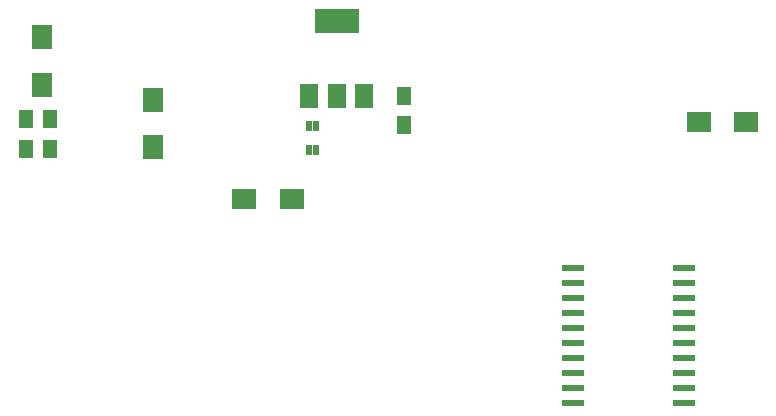
<source format=gbr>
G04 #@! TF.FileFunction,Paste,Top*
%FSLAX46Y46*%
G04 Gerber Fmt 4.6, Leading zero omitted, Abs format (unit mm)*
G04 Created by KiCad (PCBNEW 4.0.3-stable) date 01/13/18 15:16:55*
%MOMM*%
%LPD*%
G01*
G04 APERTURE LIST*
%ADD10C,0.100000*%
%ADD11R,1.250000X1.500000*%
%ADD12R,0.500000X0.900000*%
%ADD13R,1.950000X0.600000*%
%ADD14R,2.000000X1.700000*%
%ADD15R,1.700000X2.000000*%
%ADD16R,3.800000X2.000000*%
%ADD17R,1.500000X2.000000*%
G04 APERTURE END LIST*
D10*
D11*
X121000000Y-89750000D03*
X121000000Y-92250000D03*
X89000000Y-94250000D03*
X89000000Y-91750000D03*
X91000000Y-94250000D03*
X91000000Y-91750000D03*
D12*
X113000000Y-92300000D03*
X113600000Y-92300000D03*
X113000000Y-94300000D03*
X113600000Y-94300000D03*
D13*
X135300000Y-104285000D03*
X135300000Y-105555000D03*
X135300000Y-106825000D03*
X135300000Y-108095000D03*
X135300000Y-109365000D03*
X135300000Y-110635000D03*
X135300000Y-111905000D03*
X135300000Y-113175000D03*
X135300000Y-114445000D03*
X135300000Y-115715000D03*
X144700000Y-115715000D03*
X144700000Y-114445000D03*
X144700000Y-113175000D03*
X144700000Y-111905000D03*
X144700000Y-110635000D03*
X144700000Y-109365000D03*
X144700000Y-108095000D03*
X144700000Y-106825000D03*
X144700000Y-105555000D03*
X144700000Y-104285000D03*
D14*
X111500000Y-98500000D03*
X107500000Y-98500000D03*
X150000000Y-92000000D03*
X146000000Y-92000000D03*
D15*
X99800000Y-94100000D03*
X99800000Y-90100000D03*
X90400000Y-88800000D03*
X90400000Y-84800000D03*
D16*
X115300000Y-83450000D03*
D17*
X115300000Y-89750000D03*
X117600000Y-89750000D03*
X113000000Y-89750000D03*
M02*

</source>
